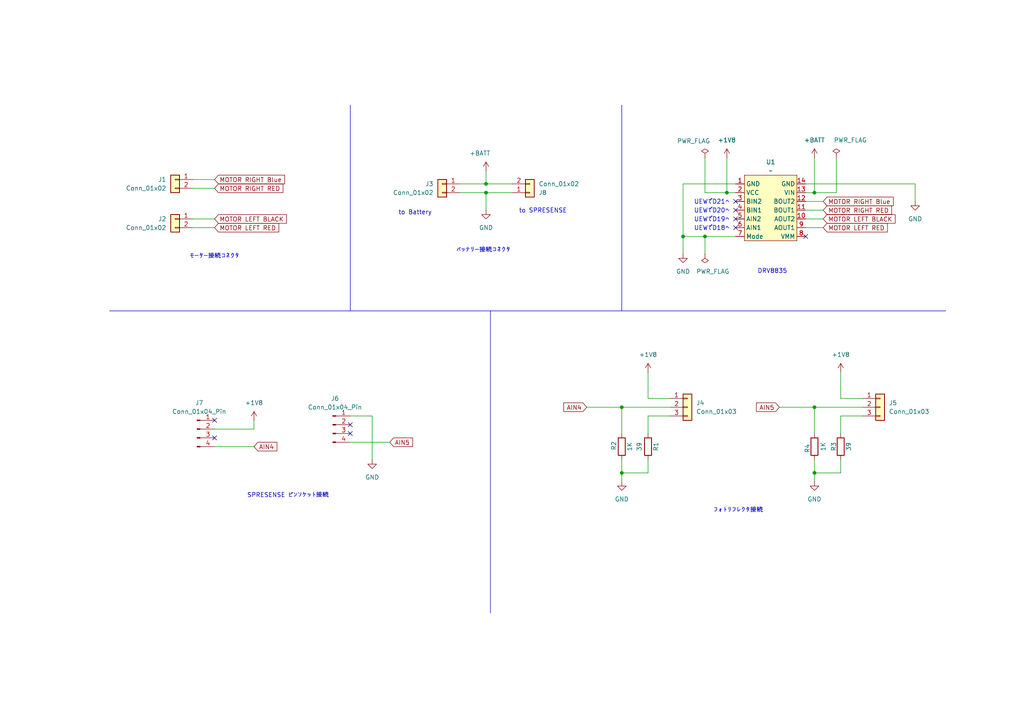
<source format=kicad_sch>
(kicad_sch (version 20231120) (generator "eeschema") (generator_version "8.0")
  (paper "A4")
  (lib_symbols
    (symbol "Connector:Conn_01x04_Pin" (pin_names (offset 1.016) hide)
      (property "Reference" "J" (at 0 5.08 0))
      (property "Value" "Conn_01x04_Pin" (at 0 -7.62 0))
      (symbol "Conn_01x04_Pin_1_1"
        (polyline (pts (xy 1.27 -5.08) (xy 0.8636 -5.08)) (stroke (width 0.1524)))
        (polyline (pts (xy 1.27 -2.54) (xy 0.8636 -2.54)) (stroke (width 0.1524)))
        (polyline (pts (xy 1.27 0) (xy 0.8636 0)) (stroke (width 0.1524)))
        (polyline (pts (xy 1.27 2.54) (xy 0.8636 2.54)) (stroke (width 0.1524)))
        (rectangle (start 0.8636 -4.953) (end 0 -5.207) (stroke (width 0.1524)) (fill (type outline)))
        (rectangle (start 0.8636 -2.413) (end 0 -2.667) (stroke (width 0.1524)) (fill (type outline)))
        (rectangle (start 0.8636 0.127) (end 0 -0.127) (stroke (width 0.1524)) (fill (type outline)))
        (rectangle (start 0.8636 2.667) (end 0 2.413) (stroke (width 0.1524)) (fill (type outline)))
        (pin passive line (at 5.08 2.54 180) (length 3.81) (name "Pin_1") (number "1"))
        (pin passive line (at 5.08 0 180) (length 3.81) (name "Pin_2") (number "2"))
        (pin passive line (at 5.08 -2.54 180) (length 3.81) (name "Pin_3") (number "3"))
        (pin passive line (at 5.08 -5.08 180) (length 3.81) (name "Pin_4") (number "4"))
      )
    )
    (symbol "Connector_Generic:Conn_01x02" (pin_names (offset 1.016) hide)
      (property "Reference" "J" (at 0 2.54 0))
      (property "Value" "Conn_01x02" (at 0 -5.08 0))
      (symbol "Conn_01x02_1_1"
        (rectangle (start -1.27 -2.413) (end 0 -2.667) (stroke (width 0.1524)))
        (rectangle (start -1.27 0.127) (end 0 -0.127) (stroke (width 0.1524)))
        (rectangle (start -1.27 1.27) (end 1.27 -3.81) (stroke (width 0.254)) (fill (type background)))
        (pin passive line (at -5.08 0 0) (length 3.81) (name "Pin_1") (number "1"))
        (pin passive line (at -5.08 -2.54 0) (length 3.81) (name "Pin_2") (number "2"))
      )
    )
    (symbol "Connector_Generic:Conn_01x03" (pin_names (offset 1.016) hide)
      (property "Reference" "J" (at 0 5.08 0))
      (property "Value" "Conn_01x03" (at 0 -5.08 0))
      (symbol "Conn_01x03_1_1"
        (rectangle (start -1.27 -2.413) (end 0 -2.667) (stroke (width 0.1524)))
        (rectangle (start -1.27 0.127) (end 0 -0.127) (stroke (width 0.1524)))
        (rectangle (start -1.27 2.667) (end 0 2.413) (stroke (width 0.1524)))
        (rectangle (start -1.27 3.81) (end 1.27 -3.81) (stroke (width 0.254)) (fill (type background)))
        (pin passive line (at -5.08 2.54 0) (length 3.81) (name "Pin_1") (number "1"))
        (pin passive line (at -5.08 0 0) (length 3.81) (name "Pin_2") (number "2"))
        (pin passive line (at -5.08 -2.54 0) (length 3.81) (name "Pin_3") (number "3"))
      )
    )
    (symbol "Device:R" (pin_numbers hide) (pin_names (offset 0))
      (property "Reference" "R" (at 2.032 0 90))
      (property "Value" "R" (at 0 0 90))
      (symbol "R_0_1"
        (rectangle (start -1.016 -2.54) (end 1.016 2.54) (stroke (width 0.254)))
      )
      (symbol "R_1_1"
        (pin passive line (at 0 3.81 270) (length 1.27) (name "~") (number "1"))
        (pin passive line (at 0 -3.81 90) (length 1.27) (name "~") (number "2"))
      )
    )
    (symbol "SPRESENSE:pololu_DRV8835"
      (property "Reference" "U" (at 0 0 0))
      (symbol "pololu_DRV8835_1_1"
        (rectangle (start -7.62 21.59) (end 7.62 2.54) (fill (type background)))
        (pin power_in line (at -10.16 19.05 0) (length 2.54) (name "GND") (number "1"))
        (pin output line (at 10.16 8.89 180) (length 2.54) (name "AOUT2") (number "10"))
        (pin output line (at 10.16 11.43 180) (length 2.54) (name "BOUT1") (number "11"))
        (pin output line (at 10.16 13.97 180) (length 2.54) (name "BOUT2") (number "12"))
        (pin power_in line (at 10.16 16.51 180) (length 2.54) (name "VIN") (number "13"))
        (pin power_in line (at 10.16 19.05 180) (length 2.54) (name "GND") (number "14"))
        (pin power_in line (at -10.16 16.51 0) (length 2.54) (name "VCC") (number "2"))
        (pin input line (at -10.16 13.97 0) (length 2.54) (name "BIN2") (number "3"))
        (pin input line (at -10.16 11.43 0) (length 2.54) (name "BIN1") (number "4"))
        (pin input line (at -10.16 8.89 0) (length 2.54) (name "AIN2") (number "5"))
        (pin input line (at -10.16 6.35 0) (length 2.54) (name "AIN1") (number "6"))
        (pin input line (at -10.16 3.81 0) (length 2.54) (name "Mode") (number "7"))
        (pin power_in line (at 10.16 3.81 180) (length 2.54) (name "VMM") (number "8"))
        (pin output line (at 10.16 6.35 180) (length 2.54) (name "AOUT1") (number "9"))
      )
    )
    (symbol "power:+1V8" (power) (pin_numbers hide) (pin_names (offset 0) hide)
      (property "Value" "+1V8" (at 0 3.556 0))
      (symbol "+1V8_0_1"
        (polyline (pts (xy -0.762 1.27) (xy 0 2.54)))
        (polyline (pts (xy 0 0) (xy 0 2.54)))
        (polyline (pts (xy 0 2.54) (xy 0.762 1.27)))
      )
      (symbol "+1V8_1_1"
        (pin power_in line (at 0 0 90) (length 0) (name "~") (number "1"))
      )
    )
    (symbol "power:+BATT" (power) (pin_numbers hide) (pin_names (offset 0) hide)
      (property "Value" "+BATT" (at 0 3.556 0))
      (symbol "+BATT_0_1"
        (polyline (pts (xy -0.762 1.27) (xy 0 2.54)))
        (polyline (pts (xy 0 0) (xy 0 2.54)))
        (polyline (pts (xy 0 2.54) (xy 0.762 1.27)))
      )
      (symbol "+BATT_1_1"
        (pin power_in line (at 0 0 90) (length 0) (name "~") (number "1"))
      )
    )
    (symbol "power:GND" (power) (pin_numbers hide) (pin_names (offset 0) hide)
      (property "Value" "GND" (at 0 -3.81 0))
      (symbol "GND_0_1"
        (polyline (pts (xy 0 0) (xy 0 -1.27) (xy 1.27 -1.27) (xy 0 -2.54) (xy -1.27 -1.27) (xy 0 -1.27)))
      )
      (symbol "GND_1_1"
        (pin power_in line (at 0 0 270) (length 0) (name "~") (number "1"))
      )
    )
    (symbol "power:PWR_FLAG" (power) (pin_numbers hide) (pin_names (offset 0) hide)
      (property "Value" "PWR_FLAG" (at 0 3.81 0))
      (symbol "PWR_FLAG_0_0"
        (pin power_out line (at 0 0 90) (length 0) (name "~") (number "1"))
      )
      (symbol "PWR_FLAG_0_1"
        (polyline (pts (xy 0 0) (xy 0 1.27) (xy -1.016 1.905) (xy 0 2.54) (xy 1.016 1.905) (xy 0 1.27)))
      )
    )
  )
  (junction (at 236.22 137.16))
  (junction (at 180.34 118.11))
  (junction (at 236.22 55.88))
  (junction (at 236.22 118.11))
  (junction (at 180.34 137.16))
  (junction (at 140.97 53.34))
  (junction (at 204.47 68.58))
  (junction (at 210.82 55.88))
  (junction (at 140.97 55.88))
  (junction (at 198.12 68.58))
  (no_connect (at 213.36 60.96))
  (no_connect (at 101.6 125.73))
  (no_connect (at 213.36 58.42))
  (no_connect (at 62.23 121.92))
  (no_connect (at 233.68 68.58))
  (no_connect (at 213.36 66.04))
  (no_connect (at 101.6 123.19))
  (no_connect (at 213.36 63.5))
  (no_connect (at 62.23 127))
  (wire (pts (xy 204.47 68.58) (xy 213.36 68.58)))
  (wire (pts (xy 107.95 120.65) (xy 107.95 133.35)))
  (wire (pts (xy 233.68 60.96) (xy 238.76 60.96)))
  (wire (pts (xy 180.34 137.16) (xy 180.34 139.7)))
  (wire (pts (xy 62.23 129.54) (xy 73.66 129.54)))
  (wire (pts (xy 198.12 53.34) (xy 213.36 53.34)))
  (wire (pts (xy 133.35 55.88) (xy 140.97 55.88)))
  (polyline (pts (xy 142.24 90.17) (xy 142.24 177.8)))
  (wire (pts (xy 233.68 53.34) (xy 265.43 53.34)))
  (wire (pts (xy 213.36 55.88) (xy 210.82 55.88)))
  (wire (pts (xy 187.96 120.65) (xy 194.31 120.65)))
  (wire (pts (xy 250.19 115.57) (xy 243.84 115.57)))
  (wire (pts (xy 180.34 118.11) (xy 194.31 118.11)))
  (wire (pts (xy 198.12 53.34) (xy 198.12 68.58)))
  (wire (pts (xy 180.34 133.35) (xy 180.34 137.16)))
  (wire (pts (xy 242.57 45.72) (xy 242.57 55.88)))
  (wire (pts (xy 55.88 54.61) (xy 62.23 54.61)))
  (wire (pts (xy 187.96 107.95) (xy 187.96 115.57)))
  (wire (pts (xy 243.84 107.95) (xy 243.84 115.57)))
  (wire (pts (xy 233.68 63.5) (xy 238.76 63.5)))
  (wire (pts (xy 170.18 118.11) (xy 180.34 118.11)))
  (wire (pts (xy 140.97 53.34) (xy 148.59 53.34)))
  (wire (pts (xy 204.47 68.58) (xy 204.47 73.66)))
  (wire (pts (xy 187.96 133.35) (xy 187.96 137.16)))
  (wire (pts (xy 101.6 128.27) (xy 113.03 128.27)))
  (wire (pts (xy 236.22 45.72) (xy 236.22 55.88)))
  (wire (pts (xy 243.84 120.65) (xy 250.19 120.65)))
  (wire (pts (xy 73.66 121.92) (xy 73.66 124.46)))
  (wire (pts (xy 101.6 120.65) (xy 107.95 120.65)))
  (wire (pts (xy 233.68 66.04) (xy 238.76 66.04)))
  (wire (pts (xy 265.43 53.34) (xy 265.43 58.42)))
  (wire (pts (xy 242.57 55.88) (xy 236.22 55.88)))
  (wire (pts (xy 55.88 66.04) (xy 62.23 66.04)))
  (wire (pts (xy 243.84 120.65) (xy 243.84 125.73)))
  (wire (pts (xy 187.96 137.16) (xy 180.34 137.16)))
  (polyline (pts (xy 180.34 30.48) (xy 180.34 90.17)))
  (polyline (pts (xy 31.75 90.17) (xy 274.32 90.17)))
  (wire (pts (xy 180.34 118.11) (xy 180.34 125.73)))
  (wire (pts (xy 55.88 63.5) (xy 62.23 63.5)))
  (wire (pts (xy 73.66 124.46) (xy 62.23 124.46)))
  (wire (pts (xy 233.68 58.42) (xy 238.76 58.42)))
  (wire (pts (xy 236.22 133.35) (xy 236.22 137.16)))
  (wire (pts (xy 226.06 118.11) (xy 236.22 118.11)))
  (wire (pts (xy 210.82 45.72) (xy 210.82 55.88)))
  (wire (pts (xy 133.35 53.34) (xy 140.97 53.34)))
  (wire (pts (xy 140.97 55.88) (xy 148.59 55.88)))
  (wire (pts (xy 236.22 137.16) (xy 236.22 139.7)))
  (wire (pts (xy 236.22 118.11) (xy 250.19 118.11)))
  (wire (pts (xy 140.97 55.88) (xy 140.97 60.96)))
  (wire (pts (xy 233.68 55.88) (xy 236.22 55.88)))
  (wire (pts (xy 243.84 137.16) (xy 236.22 137.16)))
  (wire (pts (xy 55.88 52.07) (xy 62.23 52.07)))
  (wire (pts (xy 236.22 118.11) (xy 236.22 125.73)))
  (wire (pts (xy 198.12 68.58) (xy 198.12 73.66)))
  (wire (pts (xy 204.47 55.88) (xy 204.47 45.72)))
  (wire (pts (xy 243.84 133.35) (xy 243.84 137.16)))
  (wire (pts (xy 210.82 55.88) (xy 204.47 55.88)))
  (polyline (pts (xy 101.6 30.48) (xy 101.6 90.17)))
  (wire (pts (xy 140.97 53.34) (xy 140.97 49.53)))
  (wire (pts (xy 194.31 115.57) (xy 187.96 115.57)))
  (wire (pts (xy 198.12 68.58) (xy 204.47 68.58)))
  (wire (pts (xy 187.96 125.73) (xy 187.96 120.65)))
  (text "フォトリフレクタ接続" (at 214.122 148.082 0) (effects (font (size 1.27 1.27))))
  (text "SPRESENSE ピンソケット接続" (at 83.566 143.764 0) (effects (font (size 1.27 1.27))))
  (text "モーター接続コネクタ" (at 62.23 74.422 0) (effects (font (size 1.27 1.27))))
  (text "UEWでD18へ" (at 206.502 66.294 0) (effects (font (size 1.27 1.27))))
  (text "UEWでD20へ" (at 206.502 61.214 0) (effects (font (size 1.27 1.27))))
  (text "to Battery" (at 120.396 61.722 0) (effects (font (size 1.27 1.27))))
  (text "UEWでD21へ" (at 206.502 58.674 0) (effects (font (size 1.27 1.27))))
  (text "バッテリー接続コネクタ" (at 140.208 72.644 0) (effects (font (size 1.27 1.27))))
  (text "to SPRESENSE" (at 157.48 61.214 0) (effects (font (size 1.27 1.27))))
  (text "UEWでD19へ" (at 206.502 63.754 0) (effects (font (size 1.27 1.27))))
  (text "DRV8835" (at 224.028 78.74 0) (effects (font (size 1.27 1.27))))
  (global_label "AIN5" (shape input) (at 226.06 118.11 180) (property "Intersheetrefs" "${INTERSHEET_REFS}" (effects (hide yes))))
  (global_label "AIN4" (shape input) (at 73.66 129.54 0) (property "Intersheetrefs" "${INTERSHEET_REFS}" (effects (hide yes))))
  (global_label "AIN5" (shape input) (at 113.03 128.27 0) (property "Intersheetrefs" "${INTERSHEET_REFS}" (effects (hide yes))))
  (global_label "AIN4" (shape input) (at 170.18 118.11 180) (property "Intersheetrefs" "${INTERSHEET_REFS}" (effects (hide yes))))
  (global_label "MOTOR LEFT BLACK" (shape input) (at 238.76 63.5 0) (property "Intersheetrefs" "${INTERSHEET_REFS}" (effects (hide yes))))
  (global_label "MOTOR LEFT RED" (shape input) (at 238.76 66.04 0) (property "Intersheetrefs" "${INTERSHEET_REFS}" (effects (hide yes))))
  (global_label "MOTOR LEFT RED" (shape input) (at 62.23 66.04 0) (property "Intersheetrefs" "${INTERSHEET_REFS}" (effects (hide yes))))
  (global_label "MOTOR LEFT BLACK" (shape input) (at 62.23 63.5 0) (property "Intersheetrefs" "${INTERSHEET_REFS}" (effects (hide yes))))
  (global_label "MOTOR RIGHT RED" (shape input) (at 238.76 60.96 0) (property "Intersheetrefs" "${INTERSHEET_REFS}" (effects (hide yes))))
  (global_label "MOTOR RIGHT Blue" (shape input) (at 238.76 58.42 0) (property "Intersheetrefs" "${INTERSHEET_REFS}" (effects (hide yes))))
  (global_label "MOTOR RIGHT Blue" (shape input) (at 62.23 52.07 0) (property "Intersheetrefs" "${INTERSHEET_REFS}" (effects (hide yes))))
  (global_label "MOTOR RIGHT RED" (shape input) (at 62.23 54.61 0) (property "Intersheetrefs" "${INTERSHEET_REFS}" (effects (hide yes))))
  (symbol (lib_id "power:+BATT") (at 236.22 45.72 0) (unit 1)
    (property "Reference" "#PWR03" (effects (hide yes)))
    (property "Value" "+BATT" (at 236.22 40.64 0))
    (property "Description" "Power symbol creates a global label with name \"+BATT\"" (effects (hide yes)))
  )
  (symbol (lib_id "power:+1V8") (at 187.96 107.95 0) (unit 1)
    (property "Reference" "#PWR08" (effects (hide yes)))
    (property "Value" "+1V8" (at 187.96 102.87 0))
    (property "Description" "Power symbol creates a global label with name \"+1V8\"" (effects (hide yes)))
  )
  (symbol (lib_id "Device:R") (at 236.22 129.54 180) (unit 1)
    (property "Reference" "R4" (at 234.188 130.048 90))
    (property "Value" "1K" (at 238.76 129.54 90))
    (property "Description" "Resistor" (effects (hide yes)))
  )
  (symbol (lib_id "Connector_Generic:Conn_01x03") (at 255.27 118.11 0) (unit 1)
    (property "Reference" "J5" (at 257.81 116.8399 0) (effects (justify left)))
    (property "Value" "Conn_01x03" (at 257.81 119.3799 0) (effects (justify left)))
    (property "Description" "Generic connector, single row, 01x03, script generated (kicad-library-utils/schlib/autogen/connector/)" (effects (hide yes)))
  )
  (symbol (lib_id "Device:R") (at 187.96 129.54 0) (unit 1)
    (property "Reference" "R1" (at 190.246 129.54 90))
    (property "Value" "39" (at 185.42 129.54 90))
    (property "Description" "Resistor" (effects (hide yes)))
  )
  (symbol (lib_id "power:GND") (at 265.43 58.42 0) (unit 1)
    (property "Reference" "#PWR04" (effects (hide yes)))
    (property "Value" "GND" (at 265.43 63.5 0))
    (property "Description" "Power symbol creates a global label with name \"GND\" , ground" (effects (hide yes)))
  )
  (symbol (lib_id "power:PWR_FLAG") (at 242.57 45.72 0) (unit 1)
    (property "Reference" "#FLG04" (effects (hide yes)))
    (property "Value" "PWR_FLAG" (at 246.634 40.64 0))
    (property "Description" "Special symbol for telling ERC where power comes from" (effects (hide yes)))
  )
  (symbol (lib_id "power:PWR_FLAG") (at 204.47 45.72 0) (unit 1)
    (property "Reference" "#FLG05" (effects (hide yes)))
    (property "Value" "PWR_FLAG" (at 201.168 40.894 0))
    (property "Description" "Special symbol for telling ERC where power comes from" (effects (hide yes)))
  )
  (symbol (lib_id "Connector_Generic:Conn_01x03") (at 199.39 118.11 0) (unit 1)
    (property "Reference" "J4" (at 201.93 116.8399 0) (effects (justify left)))
    (property "Value" "Conn_01x03" (at 201.93 119.3799 0) (effects (justify left)))
    (property "Description" "Generic connector, single row, 01x03, script generated (kicad-library-utils/schlib/autogen/connector/)" (effects (hide yes)))
  )
  (symbol (lib_id "SPRESENSE:pololu_DRV8835") (at 223.52 72.39 0) (unit 1)
    (property "Reference" "U1" (at 223.52 46.99 0))
    (property "Value" "~" (at 223.52 49.53 0))
  )
  (symbol (lib_id "Connector_Generic:Conn_01x02") (at 50.8 63.5 0) (mirror y) (unit 1)
    (property "Reference" "J2" (at 48.26 63.4999 0) (effects (justify left)))
    (property "Value" "Conn_01x02" (at 48.26 66.0399 0) (effects (justify left)))
    (property "Description" "Generic connector, single row, 01x02, script generated (kicad-library-utils/schlib/autogen/connector/)" (effects (hide yes)))
  )
  (symbol (lib_id "Device:R") (at 243.84 129.54 180) (unit 1)
    (property "Reference" "R3" (at 241.808 129.54 90))
    (property "Value" "39" (at 246.126 129.54 90))
    (property "Description" "Resistor" (effects (hide yes)))
  )
  (symbol (lib_id "Connector:Conn_01x04_Pin") (at 96.52 123.19 0) (unit 1)
    (property "Reference" "J6" (at 97.155 115.57 0))
    (property "Value" "Conn_01x04_Pin" (at 97.155 118.11 0))
    (property "Description" "Generic connector, single row, 01x04, script generated" (effects (hide yes)))
  )
  (symbol (lib_id "power:GND") (at 236.22 139.7 0) (unit 1)
    (property "Reference" "#PWR09" (effects (hide yes)))
    (property "Value" "GND" (at 236.22 144.78 0))
    (property "Description" "Power symbol creates a global label with name \"GND\" , ground" (effects (hide yes)))
  )
  (symbol (lib_id "Device:R") (at 180.34 129.54 180) (unit 1)
    (property "Reference" "R2" (at 178.054 129.286 90))
    (property "Value" "1K" (at 182.626 129.54 90))
    (property "Description" "Resistor" (effects (hide yes)))
  )
  (symbol (lib_id "power:+1V8") (at 210.82 45.72 0) (unit 1)
    (property "Reference" "#PWR06" (effects (hide yes)))
    (property "Value" "+1V8" (at 210.82 40.64 0))
    (property "Description" "Power symbol creates a global label with name \"+1V8\"" (effects (hide yes)))
  )
  (symbol (lib_id "power:+1V8") (at 73.66 121.92 0) (unit 1)
    (property "Reference" "#PWR02" (effects (hide yes)))
    (property "Value" "+1V8" (at 73.66 116.84 0))
    (property "Description" "Power symbol creates a global label with name \"+1V8\"" (effects (hide yes)))
  )
  (symbol (lib_id "Connector:Conn_01x04_Pin") (at 57.15 124.46 0) (unit 1)
    (property "Reference" "J7" (at 57.785 116.84 0))
    (property "Value" "Conn_01x04_Pin" (at 57.785 119.38 0))
    (property "Description" "Generic connector, single row, 01x04, script generated" (effects (hide yes)))
  )
  (symbol (lib_id "power:+BATT") (at 140.97 49.53 0) (unit 1)
    (property "Reference" "#PWR011" (effects (hide yes)))
    (property "Value" "+BATT" (at 139.192 44.45 0))
    (property "Description" "Power symbol creates a global label with name \"+BATT\"" (effects (hide yes)))
  )
  (symbol (lib_id "power:GND") (at 180.34 139.7 0) (unit 1)
    (property "Reference" "#PWR07" (effects (hide yes)))
    (property "Value" "GND" (at 180.34 144.78 0))
    (property "Description" "Power symbol creates a global label with name \"GND\" , ground" (effects (hide yes)))
  )
  (symbol (lib_id "power:GND") (at 140.97 60.96 0) (unit 1)
    (property "Reference" "#PWR012" (effects (hide yes)))
    (property "Value" "GND" (at 140.97 66.04 0))
    (property "Description" "Power symbol creates a global label with name \"GND\" , ground" (effects (hide yes)))
  )
  (symbol (lib_id "power:+1V8") (at 243.84 107.95 0) (unit 1)
    (property "Reference" "#PWR010" (effects (hide yes)))
    (property "Value" "+1V8" (at 243.84 102.87 0))
    (property "Description" "Power symbol creates a global label with name \"+1V8\"" (effects (hide yes)))
  )
  (symbol (lib_id "power:GND") (at 107.95 133.35 0) (unit 1)
    (property "Reference" "#PWR01" (effects (hide yes)))
    (property "Value" "GND" (at 107.95 138.43 0))
    (property "Description" "Power symbol creates a global label with name \"GND\" , ground" (effects (hide yes)))
  )
  (symbol (lib_id "Connector_Generic:Conn_01x02") (at 128.27 53.34 0) (mirror y) (unit 1)
    (property "Reference" "J3" (at 125.73 53.3399 0) (effects (justify left)))
    (property "Value" "Conn_01x02" (at 125.73 55.8799 0) (effects (justify left)))
    (property "Description" "Generic connector, single row, 01x02, script generated (kicad-library-utils/schlib/autogen/connector/)" (effects (hide yes)))
  )
  (symbol (lib_id "Connector_Generic:Conn_01x02") (at 50.8 52.07 0) (mirror y) (unit 1)
    (property "Reference" "J1" (at 48.26 52.0699 0) (effects (justify left)))
    (property "Value" "Conn_01x02" (at 48.26 54.6099 0) (effects (justify left)))
    (property "Description" "Generic connector, single row, 01x02, script generated (kicad-library-utils/schlib/autogen/connector/)" (effects (hide yes)))
  )
  (symbol (lib_id "power:GND") (at 198.12 73.66 0) (unit 1)
    (property "Reference" "#PWR05" (effects (hide yes)))
    (property "Value" "GND" (at 198.12 78.74 0))
    (property "Description" "Power symbol creates a global label with name \"GND\" , ground" (effects (hide yes)))
  )
  (symbol (lib_id "power:PWR_FLAG") (at 204.47 73.66 0) (mirror x) (unit 1)
    (property "Reference" "#FLG03" (effects (hide yes)))
    (property "Value" "PWR_FLAG" (at 206.756 78.74 0))
    (property "Description" "Special symbol for telling ERC where power comes from" (effects (hide yes)))
  )
  (symbol (lib_id "Connector_Generic:Conn_01x02") (at 153.67 55.88 0) (mirror x) (unit 1)
    (property "Reference" "J8" (at 156.21 55.8801 0) (effects (justify left)))
    (property "Value" "Conn_01x02" (at 156.21 53.3401 0) (effects (justify left)))
    (property "Description" "Generic connector, single row, 01x02, script generated (kicad-library-utils/schlib/autogen/connector/)" (effects (hide yes)))
  )
)
</source>
